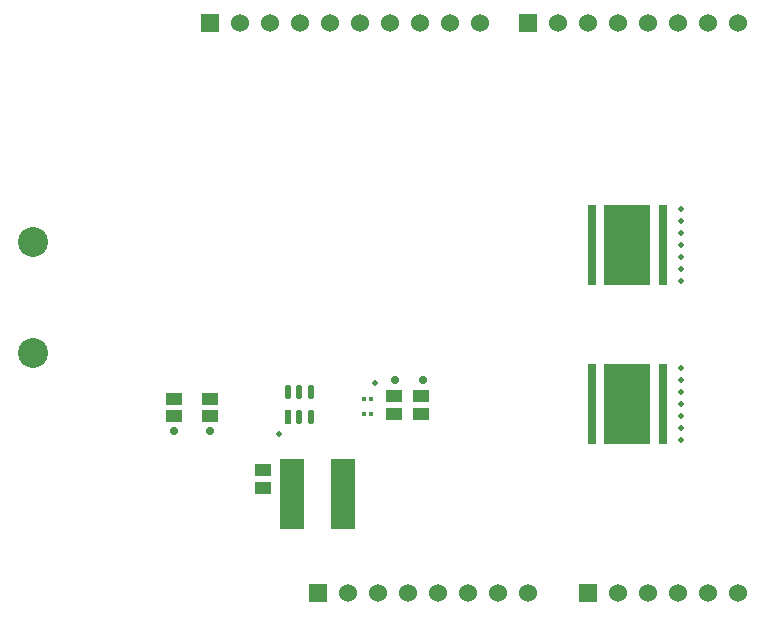
<source format=gts>
G04*
G04 #@! TF.GenerationSoftware,Altium Limited,Altium Designer,26.1.1 (7)*
G04*
G04 Layer_Color=8388736*
%FSLAX25Y25*%
%MOIN*%
G70*
G04*
G04 #@! TF.SameCoordinates,7FDA374B-3F72-4115-8A6B-894D552E39AA*
G04*
G04*
G04 #@! TF.FilePolarity,Negative*
G04*
G01*
G75*
G04:AMPARAMS|DCode=16|XSize=12.99mil|YSize=15.75mil|CornerRadius=3.25mil|HoleSize=0mil|Usage=FLASHONLY|Rotation=180.000|XOffset=0mil|YOffset=0mil|HoleType=Round|Shape=RoundedRectangle|*
%AMROUNDEDRECTD16*
21,1,0.01299,0.00925,0,0,180.0*
21,1,0.00650,0.01575,0,0,180.0*
1,1,0.00650,-0.00325,0.00463*
1,1,0.00650,0.00325,0.00463*
1,1,0.00650,0.00325,-0.00463*
1,1,0.00650,-0.00325,-0.00463*
%
%ADD16ROUNDEDRECTD16*%
G04:AMPARAMS|DCode=17|XSize=14.96mil|YSize=15.75mil|CornerRadius=3.74mil|HoleSize=0mil|Usage=FLASHONLY|Rotation=180.000|XOffset=0mil|YOffset=0mil|HoleType=Round|Shape=RoundedRectangle|*
%AMROUNDEDRECTD17*
21,1,0.01496,0.00827,0,0,180.0*
21,1,0.00748,0.01575,0,0,180.0*
1,1,0.00748,-0.00374,0.00413*
1,1,0.00748,0.00374,0.00413*
1,1,0.00748,0.00374,-0.00413*
1,1,0.00748,-0.00374,-0.00413*
%
%ADD17ROUNDEDRECTD17*%
G04:AMPARAMS|DCode=18|XSize=49.38mil|YSize=20.95mil|CornerRadius=10.48mil|HoleSize=0mil|Usage=FLASHONLY|Rotation=90.000|XOffset=0mil|YOffset=0mil|HoleType=Round|Shape=RoundedRectangle|*
%AMROUNDEDRECTD18*
21,1,0.04938,0.00000,0,0,90.0*
21,1,0.02843,0.02095,0,0,90.0*
1,1,0.02095,0.00000,0.01422*
1,1,0.02095,0.00000,-0.01422*
1,1,0.02095,0.00000,-0.01422*
1,1,0.02095,0.00000,0.01422*
%
%ADD18ROUNDEDRECTD18*%
%ADD19R,0.01496X0.01575*%
%ADD20R,0.15354X0.26614*%
%ADD21R,0.02756X0.26614*%
%ADD22R,0.05512X0.04331*%
%ADD23R,0.02095X0.04938*%
%ADD24R,0.07900X0.23600*%
%ADD25C,0.06000*%
%ADD26C,0.10000*%
%ADD27R,0.06000X0.06000*%
%ADD28C,0.02000*%
%ADD29C,0.02800*%
D16*
X127556Y74736D02*
D03*
D17*
X125253D02*
D03*
D18*
X107481Y77162D02*
D03*
X100001D02*
D03*
X103741D02*
D03*
X107481Y68892D02*
D03*
X103741D02*
D03*
D19*
X125304Y69787D02*
D03*
X127517D02*
D03*
D20*
X213000Y126000D02*
D03*
Y73000D02*
D03*
D21*
X224811Y126000D02*
D03*
Y73000D02*
D03*
X201189D02*
D03*
Y126000D02*
D03*
D22*
X144203Y75740D02*
D03*
X135203D02*
D03*
X74000Y68968D02*
D03*
X62000Y69016D02*
D03*
X144203Y69835D02*
D03*
X135203D02*
D03*
X74000Y74874D02*
D03*
X62000Y74921D02*
D03*
X91741Y50980D02*
D03*
Y45075D02*
D03*
D23*
X100001Y68892D02*
D03*
D24*
X118241Y43027D02*
D03*
X101241D02*
D03*
D25*
X160000Y10000D02*
D03*
X170000D02*
D03*
X104000Y200000D02*
D03*
X180000Y10000D02*
D03*
X150000D02*
D03*
X190000Y200000D02*
D03*
X200000D02*
D03*
X210000D02*
D03*
X220000D02*
D03*
X230000D02*
D03*
X240000D02*
D03*
X250000D02*
D03*
X84000D02*
D03*
X94000D02*
D03*
X114000D02*
D03*
X124000D02*
D03*
X134000D02*
D03*
X144000D02*
D03*
X154000D02*
D03*
X164000D02*
D03*
X120000Y10000D02*
D03*
X130000D02*
D03*
X140000D02*
D03*
X210000D02*
D03*
X220000D02*
D03*
X230000D02*
D03*
X240000D02*
D03*
X250000D02*
D03*
D26*
X15000Y90000D02*
D03*
Y127000D02*
D03*
D27*
X180000Y200000D02*
D03*
X74000D02*
D03*
X110000Y10000D02*
D03*
X200000D02*
D03*
D28*
X231000Y122000D02*
D03*
Y118000D02*
D03*
Y130000D02*
D03*
Y126000D02*
D03*
Y85000D02*
D03*
Y81000D02*
D03*
Y114000D02*
D03*
Y138000D02*
D03*
Y134000D02*
D03*
Y77000D02*
D03*
Y73000D02*
D03*
Y65000D02*
D03*
Y61000D02*
D03*
Y69000D02*
D03*
X129000Y79958D02*
D03*
X97000Y63000D02*
D03*
D29*
X145000Y81000D02*
D03*
X135500D02*
D03*
X74000Y64000D02*
D03*
X62000D02*
D03*
M02*

</source>
